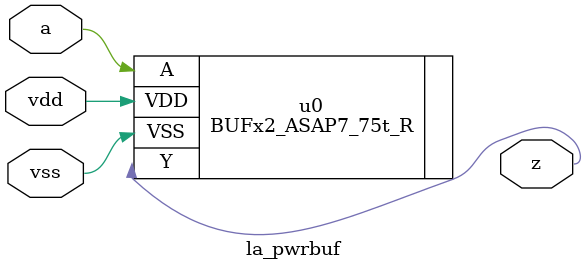
<source format=v>

module la_pwrbuf #(
                   parameter PROP = "DEFAULT"
                   )
   (
    input  vdd,
    input  vss,
    input  a,
    output z
    );

BUFx2_ASAP7_75t_R u0(.A(a), .Y(z), .VSS(vss), .VDD(vdd));

endmodule

</source>
